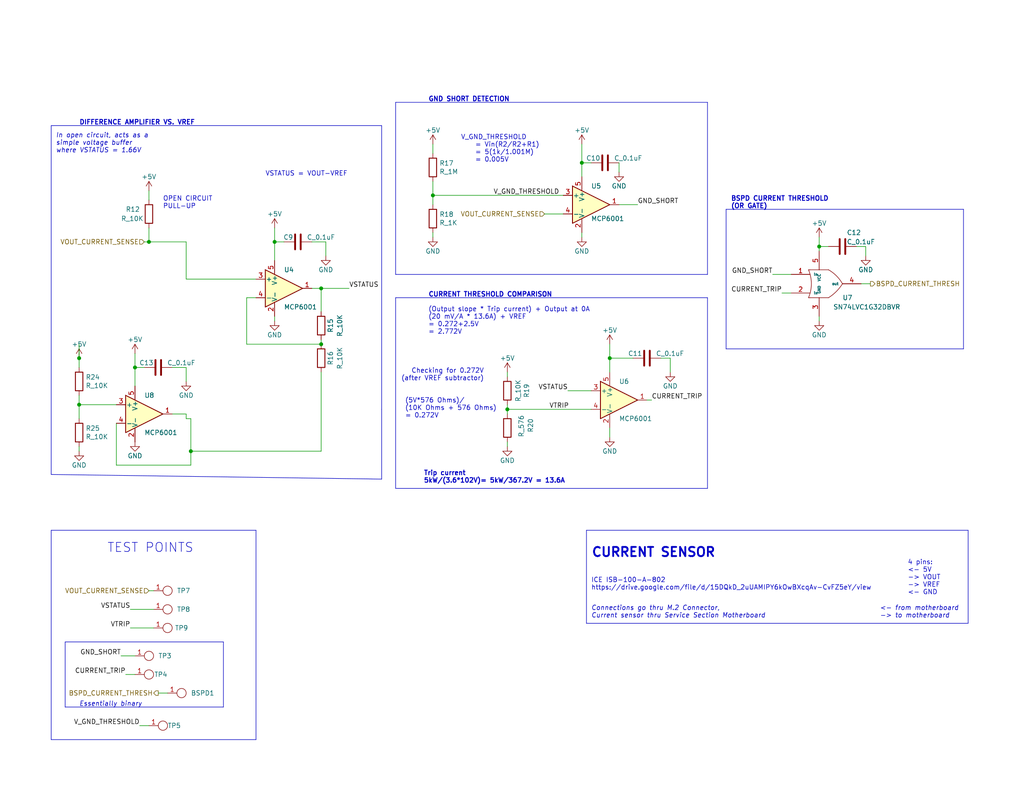
<source format=kicad_sch>
(kicad_sch (version 20250114) (generator "eeschema") (generator_version "9.0")
  (paper "A")
  (title_block (title "BMS Core | BSPD Current Sensing Trigger") (date "2026-02-01") (rev "1") (company "Olin Electric Motorsports") (comment 1 "Akil Pugalenthi") (comment 2 "Jacob Likins") (comment 3 "Melissa Kazazic"))
  (lib_symbols
    (symbol "MCP6001_1" (pin_names (offset 0.127))
      (property "Reference" "U" (at 0 5.08 0))
      (property "Value" "MCP6001_1" (at 0 -5.08 0))
      (symbol "MCP6001_1_0_1"
        (polyline (pts (xy -5.08 5.08) (xy 5.08 0) (xy -5.08 -5.08) (xy -5.08 5.08)) (stroke (width 0.254)) (fill (type background)))
        (pin power_in line (at -2.54 7.62 270) (length 3.81) (name "V+") (number "5"))
        (pin power_in line (at -2.54 -7.62 90) (length 3.81) (name "V-") (number "2"))
      )
      (symbol "MCP6001_1_1_1"
        (pin input line (at -7.62 2.54 0) (length 2.54) (name "+") (number "3"))
        (pin input line (at -7.62 -2.54 0) (length 2.54) (name "-") (number "4"))
        (pin output line (at 7.62 0 180) (length 2.54) (name "~") (number "1"))
      )
    )
    (symbol "MCP6001_2" (pin_names (offset 0.127))
      (property "Reference" "U" (at 0 5.08 0))
      (property "Value" "MCP6001_2" (at 0 -5.08 0))
      (symbol "MCP6001_2_0_1"
        (polyline (pts (xy -5.08 5.08) (xy 5.08 0) (xy -5.08 -5.08) (xy -5.08 5.08)) (stroke (width 0.254)) (fill (type background)))
        (pin power_in line (at -2.54 7.62 270) (length 3.81) (name "V+") (number "5"))
        (pin power_in line (at -2.54 -7.62 90) (length 3.81) (name "V-") (number "2"))
      )
      (symbol "MCP6001_2_1_1"
        (pin input line (at -7.62 2.54 0) (length 2.54) (name "+") (number "3"))
        (pin input line (at -7.62 -2.54 0) (length 2.54) (name "-") (number "4"))
        (pin output line (at 7.62 0 180) (length 2.54) (name "~") (number "1"))
      )
    )
    (symbol "OEM:0u1F" (pin_numbers (hide yes)) (pin_names (offset 0.254))
      (property "Reference" "C" (at 0.635 2.54 0))
      (property "Value" "0u1F" (at 0.635 -2.54 0))
      (symbol "0u1F_0_1"
        (polyline (pts (xy -2.032 0.762) (xy 2.032 0.762)) (stroke (width 0.508)))
        (polyline (pts (xy -2.032 -0.762) (xy 2.032 -0.762)) (stroke (width 0.508)))
      )
      (symbol "0u1F_1_1"
        (pin passive line (at 0 3.81 270) (length 2.794) (name "~") (number "1"))
        (pin passive line (at 0 -3.81 90) (length 2.794) (name "~") (number "2"))
      )
    )
    (symbol "OEM:10KR" (pin_numbers (hide yes)) (pin_names (offset 0))
      (property "Reference" "R" (at 2.032 0 90))
      (property "Value" "10KR" (at 0 0 90))
      (symbol "10KR_0_1"
        (rectangle (start -1.016 -2.54) (end 1.016 2.54) (stroke (width 0.254)))
      )
      (symbol "10KR_1_1"
        (pin passive line (at 0 3.81 270) (length 1.27) (name "~") (number "1"))
        (pin passive line (at 0 -3.81 90) (length 1.27) (name "~") (number "2"))
      )
    )
    (symbol "OEM:1KR" (pin_numbers (hide yes)) (pin_names (offset 0))
      (property "Reference" "R" (at 2.032 0 90))
      (property "Value" "1KR" (at 0 0 90))
      (symbol "1KR_0_1"
        (rectangle (start -1.016 -2.54) (end 1.016 2.54) (stroke (width 0.254)))
      )
      (symbol "1KR_1_1"
        (pin passive line (at 0 3.81 270) (length 1.27) (name "~") (number "1"))
        (pin passive line (at 0 -3.81 90) (length 1.27) (name "~") (number "2"))
      )
    )
    (symbol "OEM:1MR" (pin_numbers (hide yes)) (pin_names (offset 0))
      (property "Reference" "R" (at 2.032 0 90))
      (property "Value" "1MR" (at 0 0 90))
      (symbol "1MR_0_1"
        (rectangle (start -1.016 -2.54) (end 1.016 2.54) (stroke (width 0.254)))
      )
      (symbol "1MR_1_1"
        (pin passive line (at 0 3.81 270) (length 1.27) (name "~") (number "1"))
        (pin passive line (at 0 -3.81 90) (length 1.27) (name "~") (number "2"))
      )
    )
    (symbol "OEM:576R" (pin_numbers (hide yes)) (pin_names (offset 0))
      (property "Reference" "R" (at 2.032 0 90))
      (property "Value" "576R" (at 0 0 90))
      (symbol "576R_0_1"
        (rectangle (start -1.016 -2.54) (end 1.016 2.54) (stroke (width 0.254)))
      )
      (symbol "576R_1_1"
        (pin passive line (at 0 3.81 270) (length 1.27) (name "~") (number "1"))
        (pin passive line (at 0 -3.81 90) (length 1.27) (name "~") (number "2"))
      )
    )
    (symbol "OEM:MCP6001" (pin_names (offset 0.127))
      (property "Reference" "U" (at 0 5.08 0))
      (property "Value" "MCP6001" (at 0 -5.08 0))
      (symbol "MCP6001_0_1"
        (polyline (pts (xy -5.08 5.08) (xy 5.08 0) (xy -5.08 -5.08) (xy -5.08 5.08)) (stroke (width 0.254)) (fill (type background)))
        (pin power_in line (at -2.54 7.62 270) (length 3.81) (name "V+") (number "5"))
        (pin power_in line (at -2.54 -7.62 90) (length 3.81) (name "V-") (number "2"))
      )
      (symbol "MCP6001_1_1"
        (pin input line (at -7.62 2.54 0) (length 2.54) (name "+") (number "3"))
        (pin input line (at -7.62 -2.54 0) (length 2.54) (name "-") (number "4"))
        (pin output line (at 7.62 0 180) (length 2.54) (name "~") (number "1"))
      )
    )
    (symbol "OEM:SN74LVC1G32DBVR" (pin_names (offset 1.016))
      (property "Reference" "U" (at 0 11.43 0))
      (property "Value" "SN74LVC1G32DBVR" (at 0 16.51 0))
      (symbol "SN74LVC1G32DBVR_0_1"
        (polyline (pts (xy -2.921 -3.81) (xy -2.54 -3.81)))
        (polyline (pts (xy -2.54 3.81) (xy -2.921 3.81)))
      )
      (symbol "SN74LVC1G32DBVR_1_1"
        (arc (start -2.921 3.81) (mid -2.139 0) (end -2.921 -3.81))
        (arc (start 6.35 0) (mid 4.662 -2.122) (end 2.54 -3.81))
        (arc (start 2.54 3.81) (mid 4.7001 2.1601) (end 6.35 0))
        (polyline (pts (xy -2.54 3.81) (xy 2.54 3.81)))
        (polyline (pts (xy -2.54 -3.81) (xy 2.54 -3.81)))
        (pin bidirectional line (at -7.62 2.54 0) (length 5.08) (name "in") (number "1"))
        (pin bidirectional line (at -7.62 -2.54 0) (length 5.08) (name "in") (number "2"))
        (pin bidirectional line (at 0 8.89 270) (length 5.08) (name "VCC") (number "5"))
        (pin bidirectional line (at 0 -8.89 90) (length 5.08) (name "GND") (number "3"))
        (pin bidirectional line (at 11.43 0 180) (length 5.08) (name "out") (number "4"))
      )
    )
    (symbol "OEM:TP_1mm" (pin_names (offset 1.016)) (in_bom no)
      (property "Reference" "TP" (at 0 7.62 0))
      (property "Value" "TP_1mm" (at 1.27 5.08 0))
      (symbol "TP_1mm_1_1"
        (circle (center 0 2.54) (radius 1.27))
        (pin input line (at 0 -1.27 90) (length 2.54) (name "~") (number "1"))
      )
    )
    (symbol "power:+5V" (power) (pin_names (offset 0))
      (property "Value" "+5V" (at 0 3.556 0))
      (symbol "+5V_0_1"
        (polyline (pts (xy -0.762 1.27) (xy 0 2.54)))
        (polyline (pts (xy 0 2.54) (xy 0.762 1.27)))
        (polyline (pts (xy 0 0) (xy 0 2.54)))
      )
      (symbol "+5V_1_1"
        (pin power_in line (at 0 0 90) (length 0) (hide yes) (name "+5V") (number "1"))
      )
    )
    (symbol "power:GND" (power) (pin_names (offset 0))
      (property "Value" "GND" (at 0 -3.81 0))
      (symbol "GND_0_1"
        (polyline (pts (xy 0 0) (xy 0 -1.27) (xy 1.27 -1.27) (xy 0 -2.54) (xy -1.27 -1.27) (xy 0 -1.27)))
      )
      (symbol "GND_1_1"
        (pin power_in line (at 0 0 270) (length 0) (hide yes) (name "GND") (number "1"))
      )
    )
  )
  (text "CURRENT THRESHOLD COMPARISON" (at 116.84 81.28 0) (effects (font (size 1.27 1.27) (thickness 0.254) (bold yes)) (justify left bottom)))
  (text "<- from motherboard\n-> to motherboard" (at 240.03 168.91 0) (effects (font (size 1.27 1.27) (italic yes)) (justify left bottom)))
  (text "TEST POINTS" (at 29.21 151.13 0) (effects (font (size 2.4892 2.4892)) (justify left bottom)))
  (text "VSTATUS = VOUT-VREF" (at 72.39 48.26 0) (effects (font (size 1.27 1.27)) (justify left bottom)))
  (text "4 pins:\n<- 5V\n-> VOUT\n-> VREF\n<- GND" (at 247.65 162.56 0) (effects (font (size 1.27 1.27)) (justify left bottom)))
  (text "OPEN CIRCUIT\nPULL-UP" (at 44.45 57.15 0) (effects (font (size 1.27 1.27)) (justify left bottom)))
  (text "(Output slope * Trip current) + Output at 0A\n(20 mV/A * 13.6A) + VREF\n= 0.272+2.5V \n= 2.772V" (at 116.84 91.44 0) (effects (font (size 1.27 1.27)) (justify left bottom)))
  (text "Connections go thru M.2 Connector,\nCurrent sensor thru Service Section Motherboard" (at 161.29 168.91 0) (effects (font (size 1.27 1.27) (italic yes)) (justify left bottom)))
  (text "BSPD CURRENT THRESHOLD\n(OR GATE)" (at 199.39 57.15 0) (effects (font (size 1.27 1.27) (thickness 0.254) (bold yes)) (justify left bottom)))
  (text "GND SHORT DETECTION" (at 116.84 27.94 0) (effects (font (size 1.27 1.27) (thickness 0.254) (bold yes)) (justify left bottom)))
  (text "Trip current\n5kW/(3.6*102V)= 5kW/367.2V = 13.6A" (at 115.57 132.08 0) (effects (font (size 1.27 1.27) (thickness 0.254) (bold yes)) (justify left bottom)))
  (text "V_GND_THRESHOLD\n    = Vin(R2/R2+R1)\n    = 5(1k/1.001M)\n    = 0.005V" (at 125.73 44.45 0) (effects (font (size 1.27 1.27)) (justify left bottom)))
  (text "Checking for 0.272V\n(after VREF subtractor)" (at 132.08 104.14 0) (effects (font (size 1.27 1.27)) (justify right bottom)))
  (text "(5V*576 Ohms)/\n(10K Ohms + 576 Ohms)\n= 0.272V" (at 110.49 114.3 0) (effects (font (size 1.27 1.27)) (justify left bottom)))
  (text "Essentially binary" (at 21.59 193.04 0) (effects (font (size 1.27 1.27) (italic yes)) (justify left bottom)))
  (text "CURRENT SENSOR" (at 161.29 152.4 0) (effects (font (size 2.4892 2.4892) (thickness 0.4978) (bold yes)) (justify left bottom)))
  (text "DIFFERENCE AMPLIFIER VS. VREF" (at 21.59 34.29 0) (effects (font (size 1.27 1.27) (thickness 0.254) (bold yes)) (justify left bottom)))
  (text "ICE ISB-100-A-802\nhttps://drive.google.com/file/d/15DQkD_2uUAMIPY6kOwBXcqAv-CvFZ5eY/view" (at 161.29 161.29 0) (effects (font (size 1.27 1.27)) (justify left bottom)))
  (text "In open circuit, acts as a \nsimple voltage buffer\nwhere VSTATUS = 1.66V" (at 15.24 41.91 0) (effects (font (size 1.27 1.27) (italic yes)) (justify left bottom)))
  (junction (at 36.83 100.33))
  (junction (at 87.63 78.74))
  (junction (at 40.64 66.04))
  (junction (at 74.93 66.04))
  (junction (at 158.75 44.45))
  (junction (at 118.11 53.34))
  (junction (at 21.59 110.49))
  (junction (at 138.43 111.76))
  (junction (at 87.63 93.98))
  (junction (at 21.59 97.79))
  (junction (at 52.07 123.19))
  (junction (at 166.37 97.79))
  (junction (at 223.52 67.31))
  (wire (pts (xy 50.8 76.2) (xy 69.85 76.2)))
  (wire (pts (xy 50.8 100.33) (xy 50.8 104.14)))
  (polyline (pts (xy 60.96 193.04) (xy 60.96 175.26)))
  (wire (pts (xy 223.52 64.77) (xy 223.52 67.31)))
  (wire (pts (xy 50.8 113.03) (xy 46.99 113.03)))
  (polyline (pts (xy 107.95 81.28) (xy 107.95 133.35)))
  (wire (pts (xy 38.1 198.12) (xy 40.64 198.12)))
  (polyline (pts (xy 17.78 175.26) (xy 60.96 175.26)))
  (wire (pts (xy 87.63 93.98) (xy 87.63 92.71)))
  (wire (pts (xy 118.11 53.34) (xy 118.11 55.88)))
  (wire (pts (xy 31.75 127) (xy 52.07 127)))
  (wire (pts (xy 67.31 93.98) (xy 87.63 93.98)))
  (polyline (pts (xy 104.14 34.29) (xy 13.97 34.29)))
  (polyline (pts (xy 69.85 144.78) (xy 69.85 201.93)))
  (polyline (pts (xy 107.95 74.93) (xy 193.04 74.93)))
  (wire (pts (xy 21.59 97.79) (xy 21.59 93.98)))
  (wire (pts (xy 74.93 66.04) (xy 74.93 71.12)))
  (polyline (pts (xy 17.78 193.04) (xy 60.96 193.04)))
  (polyline (pts (xy 198.12 57.15) (xy 262.89 57.15)))
  (wire (pts (xy 50.8 66.04) (xy 50.8 76.2)))
  (polyline (pts (xy 104.14 111.76) (xy 104.14 111.76)))
  (wire (pts (xy 118.11 39.37) (xy 118.11 41.91)))
  (wire (pts (xy 39.37 100.33) (xy 36.83 100.33)))
  (wire (pts (xy 85.09 66.04) (xy 88.9 66.04)))
  (wire (pts (xy 118.11 63.5) (xy 118.11 64.77)))
  (wire (pts (xy 158.75 63.5) (xy 158.75 64.77)))
  (wire (pts (xy 138.43 101.6) (xy 138.43 102.87)))
  (polyline (pts (xy 160.02 170.18) (xy 264.16 170.18)))
  (wire (pts (xy 138.43 110.49) (xy 138.43 111.76)))
  (wire (pts (xy 210.82 74.93) (xy 215.9 74.93)))
  (polyline (pts (xy 13.97 34.29) (xy 13.97 129.54)))
  (polyline (pts (xy 104.14 130.81) (xy 104.14 34.29)))
  (wire (pts (xy 21.59 97.79) (xy 21.59 100.33)))
  (polyline (pts (xy 17.78 175.26) (xy 17.78 193.04)))
  (polyline (pts (xy 193.04 74.93) (xy 193.04 27.94)))
  (wire (pts (xy 41.91 166.37) (xy 35.56 166.37)))
  (wire (pts (xy 168.91 55.88) (xy 173.99 55.88)))
  (wire (pts (xy 21.59 121.92) (xy 21.59 123.19)))
  (wire (pts (xy 158.75 39.37) (xy 158.75 44.45)))
  (wire (pts (xy 46.99 100.33) (xy 50.8 100.33)))
  (wire (pts (xy 87.63 78.74) (xy 95.25 78.74)))
  (wire (pts (xy 35.56 171.45) (xy 41.91 171.45)))
  (wire (pts (xy 31.75 115.57) (xy 31.75 127)))
  (wire (pts (xy 158.75 44.45) (xy 158.75 48.26)))
  (wire (pts (xy 52.07 123.19) (xy 87.63 123.19)))
  (polyline (pts (xy 160.02 144.78) (xy 160.02 170.18)))
  (wire (pts (xy 21.59 110.49) (xy 31.75 110.49)))
  (wire (pts (xy 182.88 101.6) (xy 182.88 97.79)))
  (wire (pts (xy 21.59 110.49) (xy 21.59 114.3)))
  (polyline (pts (xy 13.97 201.93) (xy 69.85 201.93)))
  (wire (pts (xy 176.53 109.22) (xy 177.8 109.22)))
  (polyline (pts (xy 13.97 144.78) (xy 69.85 144.78)))
  (wire (pts (xy 87.63 123.19) (xy 87.63 101.6)))
  (wire (pts (xy 166.37 93.98) (xy 166.37 97.79)))
  (wire (pts (xy 168.91 44.45) (xy 168.91 46.99)))
  (wire (pts (xy 166.37 116.84) (xy 166.37 119.38)))
  (wire (pts (xy 36.83 96.52) (xy 36.83 100.33)))
  (wire (pts (xy 67.31 81.28) (xy 69.85 81.28)))
  (wire (pts (xy 223.52 67.31) (xy 226.06 67.31)))
  (polyline (pts (xy 262.89 95.25) (xy 262.89 57.15)))
  (wire (pts (xy 154.94 106.68) (xy 161.29 106.68)))
  (wire (pts (xy 40.64 66.04) (xy 50.8 66.04)))
  (wire (pts (xy 87.63 85.09) (xy 87.63 78.74)))
  (wire (pts (xy 223.52 86.36) (xy 223.52 87.63)))
  (wire (pts (xy 36.83 100.33) (xy 36.83 105.41)))
  (polyline (pts (xy 160.02 144.78) (xy 264.16 144.78)))
  (wire (pts (xy 74.93 62.23) (xy 74.93 66.04)))
  (wire (pts (xy 45.72 189.23) (xy 43.18 189.23)))
  (wire (pts (xy 21.59 110.49) (xy 21.59 107.95)))
  (wire (pts (xy 223.52 67.31) (xy 223.52 68.58)))
  (wire (pts (xy 138.43 120.65) (xy 138.43 121.92)))
  (wire (pts (xy 166.37 97.79) (xy 172.72 97.79)))
  (wire (pts (xy 52.07 123.19) (xy 52.07 114.3)))
  (wire (pts (xy 237.49 77.47) (xy 234.95 77.47)))
  (wire (pts (xy 148.59 58.42) (xy 153.67 58.42)))
  (polyline (pts (xy 13.97 129.54) (xy 104.14 130.81)))
  (wire (pts (xy 74.93 86.36) (xy 74.93 87.63)))
  (polyline (pts (xy 193.04 27.94) (xy 107.95 27.94)))
  (polyline (pts (xy 193.04 81.28) (xy 107.95 81.28)))
  (wire (pts (xy 50.8 114.3) (xy 50.8 113.03)))
  (wire (pts (xy 85.09 78.74) (xy 87.63 78.74)))
  (wire (pts (xy 118.11 49.53) (xy 118.11 53.34)))
  (polyline (pts (xy 198.12 95.25) (xy 262.89 95.25)))
  (wire (pts (xy 236.22 69.85) (xy 236.22 67.31)))
  (wire (pts (xy 50.8 114.3) (xy 52.07 114.3)))
  (wire (pts (xy 67.31 81.28) (xy 67.31 93.98)))
  (wire (pts (xy 33.02 179.07) (xy 36.83 179.07)))
  (wire (pts (xy 40.64 62.23) (xy 40.64 66.04)))
  (polyline (pts (xy 264.16 170.18) (xy 264.16 144.78)))
  (wire (pts (xy 215.9 80.01) (xy 213.36 80.01)))
  (polyline (pts (xy 198.12 57.15) (xy 198.12 95.25)))
  (polyline (pts (xy 193.04 133.35) (xy 193.04 81.28)))
  (wire (pts (xy 158.75 44.45) (xy 161.29 44.45)))
  (wire (pts (xy 138.43 111.76) (xy 161.29 111.76)))
  (wire (pts (xy 182.88 97.79) (xy 180.34 97.79)))
  (wire (pts (xy 40.64 52.07) (xy 40.64 54.61)))
  (wire (pts (xy 118.11 53.34) (xy 153.67 53.34)))
  (wire (pts (xy 138.43 111.76) (xy 138.43 113.03)))
  (wire (pts (xy 40.64 161.29) (xy 41.91 161.29)))
  (wire (pts (xy 34.29 184.15) (xy 36.83 184.15)))
  (polyline (pts (xy 107.95 133.35) (xy 193.04 133.35)))
  (wire (pts (xy 39.37 66.04) (xy 40.64 66.04)))
  (wire (pts (xy 77.47 66.04) (xy 74.93 66.04)))
  (wire (pts (xy 88.9 66.04) (xy 88.9 69.85)))
  (polyline (pts (xy 107.95 27.94) (xy 107.95 74.93)))
  (wire (pts (xy 236.22 67.31) (xy 233.68 67.31)))
  (wire (pts (xy 166.37 97.79) (xy 166.37 101.6)))
  (wire (pts (xy 52.07 123.19) (xy 52.07 127)))
  (polyline (pts (xy 13.97 144.78) (xy 13.97 201.93)))
  (label "CURRENT_TRIP" (at 177.8 109.22 0))
  (label "GND_SHORT" (at 173.99 55.88 0))
  (label "CURRENT_TRIP" (at 213.36 80.01 180))
  (label "GND_SHORT" (at 210.82 74.93 180))
  (label "GND_SHORT" (at 33.02 179.07 180))
  (label "VTRIP" (at 35.56 171.45 180))
  (label "VSTATUS" (at 154.94 106.68 180))
  (label "CURRENT_TRIP" (at 34.29 184.15 180))
  (label "VSTATUS" (at 35.56 166.37 180))
  (label "VTRIP" (at 149.86 111.76 0))
  (label "V_GND_THRESHOLD" (at 134.62 53.34 0))
  (label "VSTATUS" (at 95.25 78.74 0))
  (label "V_GND_THRESHOLD" (at 38.1 198.12 180))
  (hierarchical_label "VOUT_CURRENT_SENSE" (shape input) (at 39.37 66.04 180))
  (hierarchical_label "BSPD_CURRENT_THRESH" (shape output) (at 237.49 77.47 0))
  (hierarchical_label "VOUT_CURRENT_SENSE" (shape input) (at 40.64 161.29 180))
  (hierarchical_label "BSPD_CURRENT_THRESH" (shape output) (at 43.18 189.23 180))
  (hierarchical_label "VOUT_CURRENT_SENSE" (shape input) (at 148.59 58.42 180))
  (symbol (lib_id "power:+5V") (at 166.37 93.98 0) (unit 1)
    (property "Reference" "#PWR?" (effects (hide yes)))
    (property "Value" "+5V" (at 166.37 90.17 0))
  )
  (symbol (lib_id "OEM:0u1F") (at 81.28 66.04 90) (unit 1)
    (property "Reference" "C9" (at 80.01 64.77 90) (effects (justify left)))
    (property "Value" "C_0.1uF" (at 91.44 64.77 90) (effects (justify left)))
    (property "Footprint" "OEM:C_0603" (effects (hide yes)))
    (property "Datasheet" "http://datasheets.avx.com/X7RDielectric.pdf" (effects (hide yes)))
    (property "MFN" "DK" (effects (hide yes)))
    (property "MPN" "478-3352-1-ND" (effects (hide yes)))
    (property "DKPN" "1276-1935-2-ND" (effects (hide yes)))
    (property "Package" "0603" (effects (hide yes)))
    (property "Stocked" "Reel" (effects (hide yes)))
    (property "NewDesigns" "YES" (effects (hide yes)))
    (property "Style" "SMD" (effects (hide yes)))
  )
  (symbol (lib_id "OEM:0u1F") (at 43.18 100.33 90) (unit 1)
    (property "Reference" "C13" (at 41.91 99.06 90) (effects (justify left)))
    (property "Value" "C_0.1uF" (at 53.34 99.06 90) (effects (justify left)))
    (property "Footprint" "OEM:C_0603" (effects (hide yes)))
    (property "Datasheet" "http://datasheets.avx.com/X7RDielectric.pdf" (effects (hide yes)))
    (property "MFN" "DK" (effects (hide yes)))
    (property "MPN" "478-3352-1-ND" (effects (hide yes)))
    (property "DKPN" "1276-1935-2-ND" (effects (hide yes)))
    (property "Package" "0603" (effects (hide yes)))
    (property "Stocked" "Reel" (effects (hide yes)))
    (property "NewDesigns" "YES" (effects (hide yes)))
    (property "Style" "SMD" (effects (hide yes)))
  )
  (symbol (lib_id "power:+5V") (at 40.64 52.07 0) (unit 1)
    (property "Reference" "#PWR?" (effects (hide yes)))
    (property "Value" "+5V" (at 40.64 48.26 0))
  )
  (symbol (lib_id "OEM:TP_1mm") (at 41.91 198.12 270) (unit 1) (in_bom no)
    (property "Reference" "TP5" (at 45.72 198.12 90) (effects (justify left)))
    (property "Value" "V_GND_THRESHOLD" (effects (hide yes)))
    (property "Footprint" "TestPoint:TestPoint_Pad_D1.0mm" (effects (hide yes)))
    (property "NewDesigns" "YES" (effects (hide yes)))
    (property "Package" "Custom" (effects (hide yes)))
    (property "Style" "SMD" (effects (hide yes)))
  )
  (symbol (lib_id "power:+5V") (at 36.83 96.52 0) (unit 1)
    (property "Reference" "#PWR?" (effects (hide yes)))
    (property "Value" "+5V" (at 36.83 92.71 0))
  )
  (symbol (lib_id "OEM:SN74LVC1G32DBVR") (at 223.52 77.47 0) (unit 1)
    (property "Reference" "U7" (at 229.87 81.28 0) (effects (justify left)))
    (property "Value" "SN74LVC1G32DBVR" (at 227.33 83.82 0) (effects (justify left)))
    (property "Footprint" "OEM:SOT-23-5_OEM" (effects (hide yes)))
    (property "Datasheet" "http://www.ti.com/lit/ds/symlink/sn74lvc1g32.pdf" (effects (hide yes)))
    (property "MFN" "DK" (effects (hide yes)))
    (property "MPN" "296-9847-1-ND" (effects (hide yes)))
    (property "DKPN" "296-9847-1-ND" (effects (hide yes)))
    (property "Stocked" "Tape" (effects (hide yes)))
    (property "NewDesigns" "YES" (effects (hide yes)))
    (property "Package" "SOT-23-5" (effects (hide yes)))
    (property "Style" "SMD" (effects (hide yes)))
  )
  (symbol (lib_id "power:GND") (at 74.93 87.63 0) (unit 1)
    (property "Reference" "#PWR?" (effects (hide yes)))
    (property "Value" "GND" (at 74.93 91.44 0))
  )
  (symbol (lib_id "OEM:1KR") (at 118.11 59.69 0) (unit 1)
    (property "Reference" "R18" (at 119.888 58.5216 0) (effects (justify left)))
    (property "Value" "R_1K" (at 119.888 60.833 0) (effects (justify left)))
    (property "Footprint" "OEM:R_0603" (effects (hide yes)))
    (property "Datasheet" "https://www.seielect.com/Catalog/SEI-rncp.pdf" (effects (hide yes)))
    (property "MFN" "DK" (effects (hide yes)))
    (property "MPN" "RNCP0805FTD1K00CT-ND" (effects (hide yes)))
    (property "DKPN" "RMCF0603FT1K00TR-ND" (effects (hide yes)))
    (property "NewDesigns" "YES" (effects (hide yes)))
    (property "Stocked" "Reel" (effects (hide yes)))
    (property "Package" "0603" (effects (hide yes)))
    (property "Style" "SMD" (effects (hide yes)))
  )
  (symbol (lib_id "power:GND") (at 36.83 120.65 0) (unit 1)
    (property "Reference" "#PWR?" (effects (hide yes)))
    (property "Value" "GND" (at 36.83 124.46 0))
  )
  (symbol (lib_id "OEM:TP_1mm") (at 46.99 189.23 270) (unit 1) (in_bom no)
    (property "Reference" "BSPD1" (at 52.07 189.23 90) (effects (justify left)))
    (property "Value" "BSPD_CURRENT_THRESH" (effects (hide yes)))
    (property "Footprint" "TestPoint:TestPoint_Pad_D1.0mm" (effects (hide yes)))
    (property "NewDesigns" "YES" (effects (hide yes)))
    (property "Package" "Custom" (effects (hide yes)))
    (property "Style" "SMD" (effects (hide yes)))
  )
  (symbol (lib_id "power:GND") (at 88.9 69.85 0) (unit 1)
    (property "Reference" "#PWR?" (effects (hide yes)))
    (property "Value" "GND" (at 88.9 73.66 0))
  )
  (symbol (lib_id "OEM:576R") (at 138.43 116.84 0) (unit 1)
    (property "Reference" "R20" (at 144.78 118.11 90) (effects (justify left)))
    (property "Value" "R_576" (at 142.24 119.38 90) (effects (justify left)))
    (property "Footprint" "OEM:R_0603" (effects (hide yes)))
    (property "Datasheet" "${OEM_DIR}/parts/datasheets/stackpole_RMCF_RMCP.pdf" (effects (hide yes)))
    (property "MPN" "RMCF0603FT576R" (effects (hide yes)))
    (property "DKPN" "RMCF0603FT576RDKR-ND" (effects (hide yes)))
    (property "MFN" "Stackpole Electronics" (effects (hide yes)))
    (property "NewDesigns" "YES" (effects (hide yes)))
    (property "Stocked" "Digi-Reel" (effects (hide yes)))
    (property "Package" "0603" (effects (hide yes)))
    (property "Style" "SMD" (effects (hide yes)))
  )
  (symbol (lib_id "OEM:1MR") (at 118.11 45.72 0) (unit 1)
    (property "Reference" "R17" (at 119.888 44.5516 0) (effects (justify left)))
    (property "Value" "R_1M" (at 119.888 46.863 0) (effects (justify left)))
    (property "Footprint" "OEM:R_0603" (effects (hide yes)))
    (property "Datasheet" "https://www.seielect.com/Catalog/SEI-rncp.pdf" (effects (hide yes)))
    (property "MFN" "DK" (effects (hide yes)))
    (property "MPN" "RMCF0805JT1M00CT-ND" (effects (hide yes)))
    (property "DKPN" "1292-WR06X1004FTLDKR-ND" (effects (hide yes)))
    (property "NewDesigns" "YES" (effects (hide yes)))
    (property "Stocked" "Digi-Reel" (effects (hide yes)))
    (property "Package" "0603" (effects (hide yes)))
    (property "Style" "SMD" (effects (hide yes)))
  )
  (symbol (lib_id "OEM:0u1F") (at 229.87 67.31 90) (unit 1)
    (property "Reference" "C12" (at 234.95 63.5 90) (effects (justify left)))
    (property "Value" "C_0.1uF" (at 238.76 66.04 90) (effects (justify left)))
    (property "Footprint" "OEM:C_0603" (effects (hide yes)))
    (property "Datasheet" "http://datasheets.avx.com/X7RDielectric.pdf" (effects (hide yes)))
    (property "MFN" "DK" (effects (hide yes)))
    (property "MPN" "478-3352-1-ND" (effects (hide yes)))
    (property "DKPN" "1276-1935-2-ND" (effects (hide yes)))
    (property "Package" "0603" (effects (hide yes)))
    (property "Stocked" "Reel" (effects (hide yes)))
    (property "NewDesigns" "YES" (effects (hide yes)))
    (property "Style" "SMD" (effects (hide yes)))
  )
  (symbol (lib_id "OEM:1MR") (at 21.59 104.14 0) (unit 1)
    (property "Reference" "R24" (at 23.368 102.9716 0) (effects (justify left)))
    (property "Value" "R_10K" (at 23.368 105.283 0) (effects (justify left)))
    (property "Footprint" "OEM:R_0603" (effects (hide yes)))
    (property "Datasheet" "https://www.seielect.com/Catalog/SEI-rncp.pdf" (effects (hide yes)))
    (property "MFN" "DK" (effects (hide yes)))
    (property "MPN" "RMCF0805JT1M00CT-ND" (effects (hide yes)))
    (property "DKPN" "1292-WR06X1004FTLDKR-ND" (effects (hide yes)))
    (property "NewDesigns" "YES" (effects (hide yes)))
    (property "Stocked" "Digi-Reel" (effects (hide yes)))
    (property "Package" "0603" (effects (hide yes)))
    (property "Style" "SMD" (effects (hide yes)))
  )
  (symbol (lib_id "OEM:10KR") (at 87.63 97.79 180) (unit 1)
    (property "Reference" "R16" (at 90.17 97.79 90))
    (property "Value" "R_10K" (at 92.71 97.79 90))
    (property "Footprint" "OEM:R_0603" (effects (hide yes)))
    (property "Datasheet" "http://www.bourns.com/data/global/pdfs/CRS.pdf" (effects (hide yes)))
    (property "MFN" "DK" (effects (hide yes)))
    (property "MPN" "CRS0805-FX-1002ELFCT-ND" (effects (hide yes)))
    (property "DKPN" "RMCF0603FT10K0TR-ND" (effects (hide yes)))
    (property "Package" "0603" (effects (hide yes)))
    (property "NewDesigns" "YES" (effects (hide yes)))
    (property "Stocked" "Reel" (effects (hide yes)))
    (property "Style" "SMD" (effects (hide yes)))
  )
  (symbol (lib_id "OEM:MCP6001") (at 168.91 109.22 0) (unit 1)
    (property "Reference" "U6" (at 168.91 104.14 0) (effects (justify left)))
    (property "Value" "MCP6001" (at 168.91 114.3 0) (effects (justify left)))
    (property "Footprint" "Package_TO_SOT_SMD:SOT-353_SC-70-5" (effects (hide yes)))
    (property "Datasheet" "${OEM_DIR}/parts/datasheets/microchip_MCP600XX.pdf" (effects (hide yes)))
    (property "MFN" "Microchip" (effects (hide yes)))
    (property "MPN" "MCP6001T-I/OT" (effects (hide yes)))
    (property "DKPN" "MCP6001T-I/OTCT-ND" (effects (hide yes)))
    (property "Package" "SC-70-5" (effects (hide yes)))
    (property "NewDesigns" "YES" (effects (hide yes)))
    (property "Stocked" "Tape" (effects (hide yes)))
    (property "Style" "SMD" (effects (hide yes)))
  )
  (symbol (lib_id "OEM:0u1F") (at 176.53 97.79 90) (unit 1)
    (property "Reference" "C11" (at 175.26 96.52 90) (effects (justify left)))
    (property "Value" "C_0.1uF" (at 186.69 96.52 90) (effects (justify left)))
    (property "Footprint" "OEM:C_0603" (effects (hide yes)))
    (property "Datasheet" "http://datasheets.avx.com/X7RDielectric.pdf" (effects (hide yes)))
    (property "MFN" "DK" (effects (hide yes)))
    (property "MPN" "478-3352-1-ND" (effects (hide yes)))
    (property "DKPN" "1276-1935-2-ND" (effects (hide yes)))
    (property "Package" "0603" (effects (hide yes)))
    (property "Stocked" "Reel" (effects (hide yes)))
    (property "NewDesigns" "YES" (effects (hide yes)))
    (property "Style" "SMD" (effects (hide yes)))
  )
  (symbol (lib_id "OEM:1KR") (at 21.59 118.11 0) (unit 1)
    (property "Reference" "R25" (at 23.368 116.9416 0) (effects (justify left)))
    (property "Value" "R_10K" (at 23.368 119.253 0) (effects (justify left)))
    (property "Footprint" "OEM:R_0603" (effects (hide yes)))
    (property "Datasheet" "https://www.seielect.com/Catalog/SEI-rncp.pdf" (effects (hide yes)))
    (property "MFN" "DK" (effects (hide yes)))
    (property "MPN" "RNCP0805FTD1K00CT-ND" (effects (hide yes)))
    (property "DKPN" "RMCF0603FT1K00TR-ND" (effects (hide yes)))
    (property "NewDesigns" "YES" (effects (hide yes)))
    (property "Stocked" "Reel" (effects (hide yes)))
    (property "Package" "0603" (effects (hide yes)))
    (property "Style" "SMD" (effects (hide yes)))
  )
  (symbol (lib_id "power:GND") (at 21.59 123.19 0) (unit 1)
    (property "Reference" "#PWR?" (effects (hide yes)))
    (property "Value" "GND" (at 21.59 127 0))
  )
  (symbol (lib_id "OEM:TP_1mm") (at 43.18 166.37 270) (unit 1) (in_bom no)
    (property "Reference" "TP8" (at 48.26 166.37 90) (effects (justify left)))
    (property "Value" "VSTATUS" (effects (hide yes)))
    (property "Footprint" "TestPoint:TestPoint_Pad_D1.0mm" (effects (hide yes)))
    (property "NewDesigns" "YES" (effects (hide yes)))
    (property "Package" "Custom" (effects (hide yes)))
    (property "Style" "SMD" (effects (hide yes)))
  )
  (symbol (lib_id "OEM:0u1F") (at 165.1 44.45 90) (unit 1)
    (property "Reference" "C10" (at 163.83 43.18 90) (effects (justify left)))
    (property "Value" "C_0.1uF" (at 175.26 43.18 90) (effects (justify left)))
    (property "Footprint" "OEM:C_0603" (effects (hide yes)))
    (property "Datasheet" "http://datasheets.avx.com/X7RDielectric.pdf" (effects (hide yes)))
    (property "MFN" "DK" (effects (hide yes)))
    (property "MPN" "478-3352-1-ND" (effects (hide yes)))
    (property "DKPN" "1276-1935-2-ND" (effects (hide yes)))
    (property "Package" "0603" (effects (hide yes)))
    (property "Stocked" "Reel" (effects (hide yes)))
    (property "NewDesigns" "YES" (effects (hide yes)))
    (property "Style" "SMD" (effects (hide yes)))
  )
  (symbol (lib_id "power:+5V") (at 138.43 101.6 0) (unit 1)
    (property "Reference" "#PWR?" (effects (hide yes)))
    (property "Value" "+5V" (at 138.43 97.79 0))
  )
  (symbol (lib_id "power:GND") (at 138.43 121.92 0) (unit 1)
    (property "Reference" "#PWR?" (effects (hide yes)))
    (property "Value" "GND" (at 138.43 125.73 0))
  )
  (symbol (lib_id "OEM:10KR") (at 40.64 58.42 180) (unit 1)
    (property "Reference" "R12" (at 34.29 57.15 0) (effects (justify right)))
    (property "Value" "R_10K" (at 33.02 59.69 0) (effects (justify right)))
    (property "Footprint" "OEM:R_0603" (effects (hide yes)))
    (property "Datasheet" "http://www.bourns.com/data/global/pdfs/CRS.pdf" (effects (hide yes)))
    (property "MFN" "DK" (effects (hide yes)))
    (property "MPN" "CRS0805-FX-1002ELFCT-ND" (effects (hide yes)))
    (property "DKPN" "RMCF0603FT10K0TR-ND" (effects (hide yes)))
    (property "Package" "0603" (effects (hide yes)))
    (property "NewDesigns" "YES" (effects (hide yes)))
    (property "Stocked" "Reel" (effects (hide yes)))
    (property "Style" "SMD" (effects (hide yes)))
  )
  (symbol (lib_id "power:GND") (at 182.88 101.6 0) (unit 1)
    (property "Reference" "#PWR?" (effects (hide yes)))
    (property "Value" "GND" (at 182.88 105.41 0))
  )
  (symbol (lib_id "power:+5V") (at 158.75 39.37 0) (unit 1)
    (property "Reference" "#PWR?" (effects (hide yes)))
    (property "Value" "+5V" (at 158.75 35.56 0))
  )
  (symbol (lib_id "power:+5V") (at 223.52 64.77 0) (unit 1)
    (property "Reference" "#PWR?" (effects (hide yes)))
    (property "Value" "+5V" (at 223.52 60.96 0))
  )
  (symbol (lib_id "power:+5V") (at 118.11 39.37 0) (unit 1)
    (property "Reference" "#PWR?" (effects (hide yes)))
    (property "Value" "+5V" (at 118.11 35.56 0))
  )
  (symbol (lib_name "MCP6001_2") (lib_id "OEM:MCP6001") (at 39.37 113.03 0) (unit 1)
    (property "Reference" "U8" (at 39.37 107.95 0) (effects (justify left)))
    (property "Value" "MCP6001" (at 39.37 118.11 0) (effects (justify left)))
    (property "Footprint" "Package_TO_SOT_SMD:SOT-353_SC-70-5" (effects (hide yes)))
    (property "Datasheet" "${OEM_DIR}/parts/datasheets/microchip_MCP600XX.pdf" (effects (hide yes)))
    (property "MFN" "Microchip" (effects (hide yes)))
    (property "MPN" "MCP6001T-I/OT" (effects (hide yes)))
    (property "DKPN" "MCP6001T-I/OTCT-ND" (effects (hide yes)))
    (property "Package" "SC-70-5" (effects (hide yes)))
    (property "NewDesigns" "YES" (effects (hide yes)))
    (property "Stocked" "Tape" (effects (hide yes)))
    (property "Style" "SMD" (effects (hide yes)))
  )
  (symbol (lib_id "power:GND") (at 166.37 119.38 0) (unit 1)
    (property "Reference" "#PWR?" (effects (hide yes)))
    (property "Value" "GND" (at 166.37 123.19 0))
  )
  (symbol (lib_id "OEM:TP_1mm") (at 38.1 184.15 270) (unit 1) (in_bom no)
    (property "Reference" "TP4" (at 45.72 184.15 90) (effects (justify right)))
    (property "Value" "CURRENT_TRIP" (effects (hide yes)))
    (property "Footprint" "TestPoint:TestPoint_Pad_D1.0mm" (effects (hide yes)))
    (property "NewDesigns" "YES" (effects (hide yes)))
    (property "Package" "Custom" (effects (hide yes)))
    (property "Style" "SMD" (effects (hide yes)))
  )
  (symbol (lib_id "power:+5V") (at 21.59 97.79 0) (unit 1)
    (property "Reference" "#PWR?" (effects (hide yes)))
    (property "Value" "+5V" (at 21.59 93.98 0))
  )
  (symbol (lib_id "power:GND") (at 118.11 64.77 0) (unit 1)
    (property "Reference" "#PWR?" (effects (hide yes)))
    (property "Value" "GND" (at 118.11 68.58 0))
  )
  (symbol (lib_id "power:GND") (at 158.75 64.77 0) (unit 1)
    (property "Reference" "#PWR?" (effects (hide yes)))
    (property "Value" "GND" (at 158.75 68.58 0))
  )
  (symbol (lib_id "power:+5V") (at 74.93 62.23 0) (unit 1)
    (property "Reference" "#PWR?" (effects (hide yes)))
    (property "Value" "+5V" (at 74.93 58.42 0))
  )
  (symbol (lib_id "power:GND") (at 236.22 69.85 0) (unit 1)
    (property "Reference" "#PWR?" (effects (hide yes)))
    (property "Value" "GND" (at 236.22 73.66 0))
  )
  (symbol (lib_id "OEM:TP_1mm") (at 43.18 171.45 270) (unit 1) (in_bom no)
    (property "Reference" "TP9" (at 49.53 171.45 90))
    (property "Value" "VTRIP" (effects (hide yes)))
    (property "Footprint" "TestPoint:TestPoint_Pad_D1.0mm" (effects (hide yes)))
    (property "NewDesigns" "YES" (effects (hide yes)))
    (property "Package" "Custom" (effects (hide yes)))
    (property "Style" "SMD" (effects (hide yes)))
  )
  (symbol (lib_id "OEM:TP_1mm") (at 38.1 179.07 270) (unit 1) (in_bom no)
    (property "Reference" "TP3" (at 43.18 179.07 90) (effects (justify left)))
    (property "Value" "GND_SHORT" (effects (hide yes)))
    (property "Footprint" "TestPoint:TestPoint_Pad_D1.0mm" (effects (hide yes)))
    (property "NewDesigns" "YES" (effects (hide yes)))
    (property "Package" "Custom" (effects (hide yes)))
    (property "Style" "SMD" (effects (hide yes)))
  )
  (symbol (lib_id "OEM:10KR") (at 87.63 88.9 180) (unit 1)
    (property "Reference" "R15" (at 90.17 88.9 90))
    (property "Value" "R_10K" (at 92.71 88.9 90))
    (property "Footprint" "OEM:R_0603" (effects (hide yes)))
    (property "Datasheet" "http://www.bourns.com/data/global/pdfs/CRS.pdf" (effects (hide yes)))
    (property "MFN" "DK" (effects (hide yes)))
    (property "MPN" "CRS0805-FX-1002ELFCT-ND" (effects (hide yes)))
    (property "DKPN" "RMCF0603FT10K0TR-ND" (effects (hide yes)))
    (property "Package" "0603" (effects (hide yes)))
    (property "NewDesigns" "YES" (effects (hide yes)))
    (property "Stocked" "Reel" (effects (hide yes)))
    (property "Style" "SMD" (effects (hide yes)))
  )
  (symbol (lib_name "MCP6001_1") (lib_id "OEM:MCP6001") (at 161.29 55.88 0) (unit 1)
    (property "Reference" "U5" (at 161.29 50.8 0) (effects (justify left)))
    (property "Value" "MCP6001" (at 161.29 59.69 0) (effects (justify left)))
    (property "Footprint" "Package_TO_SOT_SMD:SOT-353_SC-70-5" (effects (hide yes)))
    (property "Datasheet" "${OEM_DIR}/parts/datasheets/microchip_MCP600XX.pdf" (effects (hide yes)))
    (property "MFN" "Microchip" (effects (hide yes)))
    (property "MPN" "MCP6001T-I/OT" (effects (hide yes)))
    (property "DKPN" "MCP6001T-I/OTCT-ND" (effects (hide yes)))
    (property "Package" "SC-70-5" (effects (hide yes)))
    (property "NewDesigns" "YES" (effects (hide yes)))
    (property "Stocked" "Tape" (effects (hide yes)))
    (property "Style" "SMD" (effects (hide yes)))
  )
  (symbol (lib_name "MCP6001_2") (lib_id "OEM:MCP6001") (at 77.47 78.74 0) (unit 1)
    (property "Reference" "U4" (at 77.47 73.66 0) (effects (justify left)))
    (property "Value" "MCP6001" (at 77.47 83.82 0) (effects (justify left)))
    (property "Footprint" "Package_TO_SOT_SMD:SOT-353_SC-70-5" (effects (hide yes)))
    (property "Datasheet" "${OEM_DIR}/parts/datasheets/microchip_MCP600XX.pdf" (effects (hide yes)))
    (property "MFN" "Microchip" (effects (hide yes)))
    (property "MPN" "MCP6001T-I/OT" (effects (hide yes)))
    (property "DKPN" "MCP6001T-I/OTCT-ND" (effects (hide yes)))
    (property "Package" "SC-70-5" (effects (hide yes)))
    (property "NewDesigns" "YES" (effects (hide yes)))
    (property "Stocked" "Tape" (effects (hide yes)))
    (property "Style" "SMD" (effects (hide yes)))
  )
  (symbol (lib_id "power:GND") (at 168.91 46.99 0) (unit 1)
    (property "Reference" "#PWR?" (effects (hide yes)))
    (property "Value" "GND" (at 168.91 50.8 0))
  )
  (symbol (lib_id "power:GND") (at 223.52 87.63 0) (unit 1)
    (property "Reference" "#PWR?" (effects (hide yes)))
    (property "Value" "GND" (at 223.52 91.44 0))
  )
  (symbol (lib_id "OEM:10KR") (at 138.43 106.68 180) (unit 1)
    (property "Reference" "R19" (at 143.6878 106.68 90))
    (property "Value" "R_10K" (at 141.3764 106.68 90))
    (property "Footprint" "OEM:R_0603" (effects (hide yes)))
    (property "Datasheet" "http://www.bourns.com/data/global/pdfs/CRS.pdf" (effects (hide yes)))
    (property "MFN" "DK" (effects (hide yes)))
    (property "MPN" "CRS0805-FX-1002ELFCT-ND" (effects (hide yes)))
    (property "DKPN" "RMCF0603FT10K0TR-ND" (effects (hide yes)))
    (property "Package" "0603" (effects (hide yes)))
    (property "NewDesigns" "YES" (effects (hide yes)))
    (property "Stocked" "Reel" (effects (hide yes)))
    (property "Style" "SMD" (effects (hide yes)))
  )
  (symbol (lib_id "OEM:TP_1mm") (at 43.18 161.29 270) (unit 1) (in_bom no)
    (property "Reference" "TP7" (at 48.26 161.29 90) (effects (justify left)))
    (property "Value" "VOUT" (effects (hide yes)))
    (property "Footprint" "TestPoint:TestPoint_Pad_D1.0mm" (effects (hide yes)))
    (property "NewDesigns" "YES" (effects (hide yes)))
    (property "Package" "Custom" (effects (hide yes)))
    (property "Style" "SMD" (effects (hide yes)))
  )
  (symbol (lib_id "power:GND") (at 50.8 104.14 0) (unit 1)
    (property "Reference" "#PWR?" (effects (hide yes)))
    (property "Value" "GND" (at 50.8 107.95 0))
  )
)
</source>
